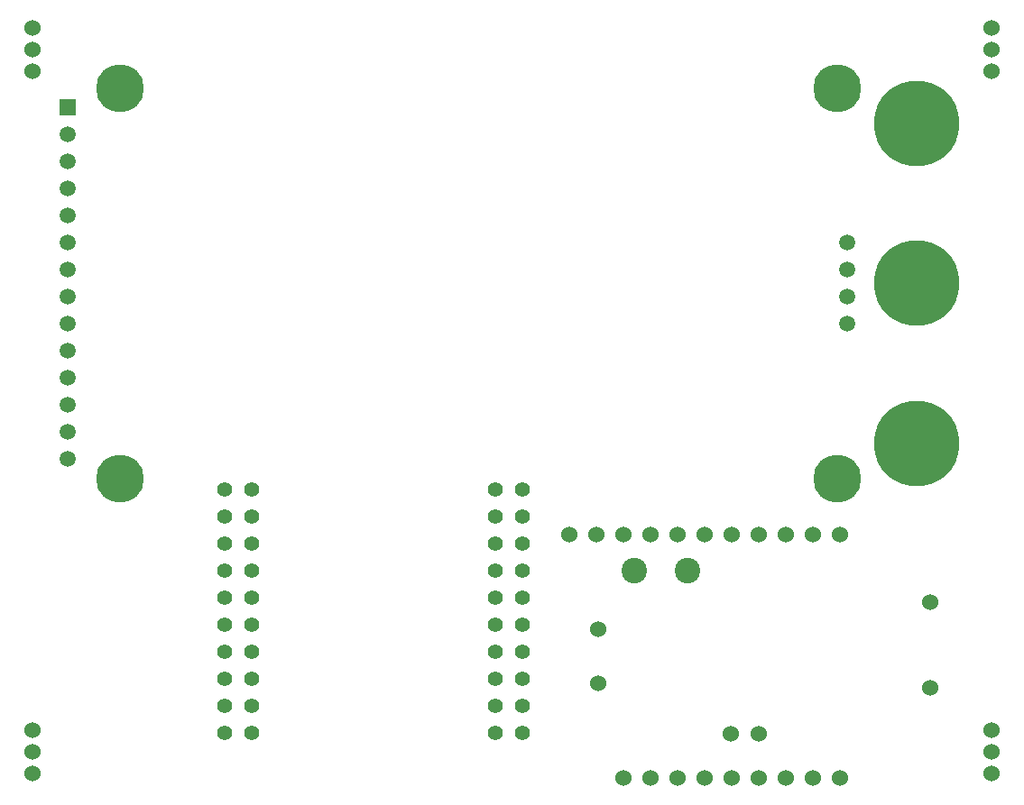
<source format=gbs>
%TF.GenerationSoftware,KiCad,Pcbnew,(6.0.0)*%
%TF.CreationDate,2022-01-06T15:15:50+01:00*%
%TF.ProjectId,Interconnect PCB,496e7465-7263-46f6-9e6e-656374205043,rev?*%
%TF.SameCoordinates,Original*%
%TF.FileFunction,Soldermask,Bot*%
%TF.FilePolarity,Negative*%
%FSLAX46Y46*%
G04 Gerber Fmt 4.6, Leading zero omitted, Abs format (unit mm)*
G04 Created by KiCad (PCBNEW (6.0.0)) date 2022-01-06 15:15:50*
%MOMM*%
%LPD*%
G01*
G04 APERTURE LIST*
%ADD10C,1.524000*%
%ADD11C,2.400000*%
%ADD12C,1.400000*%
%ADD13C,8.000000*%
%ADD14C,4.500000*%
%ADD15R,1.500000X1.500000*%
%ADD16C,1.500000*%
G04 APERTURE END LIST*
D10*
%TO.C,U7*%
X105000000Y-131968000D03*
X105000000Y-134000000D03*
X105000000Y-136032000D03*
%TD*%
%TO.C,U6*%
X105000000Y-65968000D03*
X105000000Y-68000000D03*
X105000000Y-70032000D03*
%TD*%
%TO.C,U4*%
X195000000Y-70032000D03*
X195000000Y-68000000D03*
X195000000Y-65968000D03*
%TD*%
%TO.C,U5*%
X195000000Y-136032000D03*
X195000000Y-134000000D03*
X195000000Y-131968000D03*
%TD*%
D11*
%TO.C,J1*%
X161500000Y-117000000D03*
X166500000Y-117000000D03*
%TD*%
D12*
%TO.C,U1*%
X150970000Y-109350000D03*
X148430000Y-109350000D03*
X150970000Y-111890000D03*
X148430000Y-111890000D03*
X150970000Y-114430000D03*
X148430000Y-114430000D03*
X150970000Y-116970000D03*
X148430000Y-116970000D03*
X150970000Y-119510000D03*
X148430000Y-119510000D03*
X150970000Y-122050000D03*
X148430000Y-122050000D03*
X150970000Y-124590000D03*
X148430000Y-124590000D03*
X150970000Y-127130000D03*
X148430000Y-127130000D03*
X150970000Y-129670000D03*
X148430000Y-129670000D03*
X150970000Y-132210000D03*
X148430000Y-132210000D03*
X125570000Y-109350000D03*
X123030000Y-109350000D03*
X125570000Y-111890000D03*
X123030000Y-111890000D03*
X125570000Y-114430000D03*
X123030000Y-114430000D03*
X125570000Y-116970000D03*
X123030000Y-116970000D03*
X125570000Y-119510000D03*
X123030000Y-119510000D03*
X125570000Y-122050000D03*
X123030000Y-122050000D03*
X125570000Y-124590000D03*
X123030000Y-124590000D03*
X125570000Y-127130000D03*
X123030000Y-127130000D03*
X125570000Y-129670000D03*
X123030000Y-129670000D03*
X125570000Y-132210000D03*
X123030000Y-132210000D03*
%TD*%
D13*
%TO.C,T2*%
X188000000Y-90000000D03*
%TD*%
%TO.C,T3*%
X188000000Y-105000000D03*
%TD*%
%TO.C,T1*%
X188000000Y-75000000D03*
%TD*%
D14*
%TO.C,U2*%
X113230000Y-71640000D03*
X113230000Y-108360000D03*
X180490000Y-108360000D03*
X180490000Y-71640000D03*
D15*
X108340000Y-73490000D03*
D16*
X108340000Y-76030000D03*
X108340000Y-78570000D03*
X108340000Y-81110000D03*
X108340000Y-83650000D03*
X108340000Y-86190000D03*
X108340000Y-88730000D03*
X108340000Y-91270000D03*
X108340000Y-93810000D03*
X108340000Y-96350000D03*
X108340000Y-98890000D03*
X108340000Y-101430000D03*
X108340000Y-103970000D03*
X108310000Y-106510000D03*
X181490000Y-86190000D03*
X181490000Y-88730000D03*
X181490000Y-91270000D03*
X181490000Y-93810000D03*
%TD*%
D10*
%TO.C,R1*%
X189230000Y-119952000D03*
X189230000Y-127952000D03*
%TD*%
%TO.C,U3*%
X158059000Y-127540000D03*
X158059000Y-122460000D03*
X170520000Y-132313000D03*
X173140000Y-132313000D03*
X160440000Y-136430000D03*
X162980000Y-136430000D03*
X165520000Y-136430000D03*
X168060000Y-136430000D03*
X170600000Y-136430000D03*
X173140000Y-136430000D03*
X175680000Y-136430000D03*
X178220000Y-136430000D03*
X180760000Y-136430000D03*
X180760000Y-113570000D03*
X178220000Y-113570000D03*
X175680000Y-113570000D03*
X173140000Y-113570000D03*
X170600000Y-113570000D03*
X168060000Y-113570000D03*
X165520000Y-113570000D03*
X162980000Y-113570000D03*
X160440000Y-113570000D03*
X157900000Y-113570000D03*
X155360000Y-113570000D03*
%TD*%
M02*

</source>
